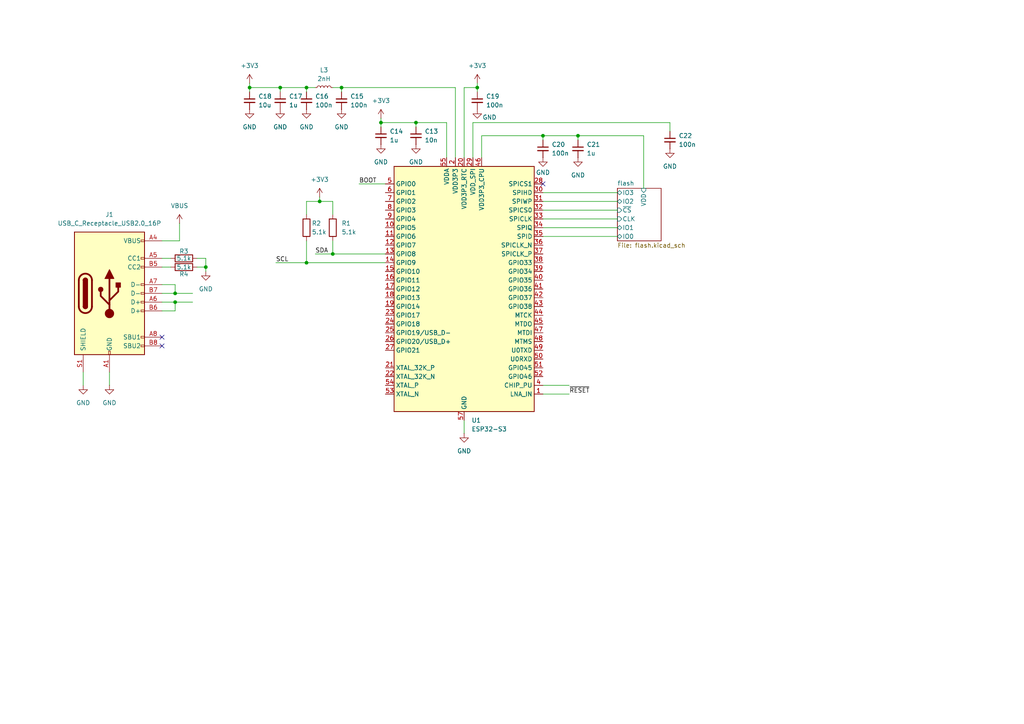
<source format=kicad_sch>
(kicad_sch (version 20250114) (generator "eeschema") (generator_version "9.0")
  (paper "A4")
  (lib_symbols
    (symbol "Connector:USB_C_Receptacle_USB2.0_16P" (pin_names (offset 1.016))
      (property "Reference" "J" (at 0 22.225 0))
      (property "Value" "USB_C_Receptacle_USB2.0_16P" (at 0 19.685 0))
      (symbol "USB_C_Receptacle_USB2.0_16P_0_0"
        (rectangle (start -0.254 -17.78) (end 0.254 -16.764))
        (rectangle (start 10.16 15.494) (end 9.144 14.986))
        (rectangle (start 10.16 10.414) (end 9.144 9.906))
        (rectangle (start 10.16 7.874) (end 9.144 7.366))
        (rectangle (start 10.16 2.794) (end 9.144 2.286))
        (rectangle (start 10.16 0.254) (end 9.144 -0.254))
        (rectangle (start 10.16 -2.286) (end 9.144 -2.794))
        (rectangle (start 10.16 -4.826) (end 9.144 -5.334))
        (rectangle (start 10.16 -12.446) (end 9.144 -12.954))
        (rectangle (start 10.16 -14.986) (end 9.144 -15.494))
      )
      (symbol "USB_C_Receptacle_USB2.0_16P_0_1"
        (rectangle (start -10.16 17.78) (end 10.16 -17.78) (stroke (width 0.254)) (fill (type background)))
        (polyline (pts (xy -8.89 -3.81) (xy -8.89 3.81)) (stroke (width 0.508)))
        (rectangle (start -7.62 -3.81) (end -6.35 3.81) (stroke (width 0.254)) (fill (type outline)))
        (arc (start -7.62 3.81) (mid -6.985 4.4423) (end -6.35 3.81) (stroke (width 0.254)))
        (arc (start -7.62 3.81) (mid -6.985 4.4423) (end -6.35 3.81) (stroke (width 0.254)) (fill (type outline)))
        (arc (start -8.89 3.81) (mid -6.985 5.7067) (end -5.08 3.81) (stroke (width 0.508)))
        (arc (start -5.08 -3.81) (mid -6.985 -5.7067) (end -8.89 -3.81) (stroke (width 0.508)))
        (arc (start -6.35 -3.81) (mid -6.985 -4.4423) (end -7.62 -3.81) (stroke (width 0.254)))
        (arc (start -6.35 -3.81) (mid -6.985 -4.4423) (end -7.62 -3.81) (stroke (width 0.254)) (fill (type outline)))
        (polyline (pts (xy -5.08 3.81) (xy -5.08 -3.81)) (stroke (width 0.508)))
        (circle (center -2.54 1.143) (radius 0.635) (stroke (width 0.254)) (fill (type outline)))
        (polyline (pts (xy -1.27 4.318) (xy 0 6.858) (xy 1.27 4.318) (xy -1.27 4.318)) (stroke (width 0.254)) (fill (type outline)))
        (polyline (pts (xy 0 -2.032) (xy 2.54 0.508) (xy 2.54 1.778)) (stroke (width 0.508)))
        (polyline (pts (xy 0 -3.302) (xy -2.54 -0.762) (xy -2.54 0.508)) (stroke (width 0.508)))
        (polyline (pts (xy 0 -5.842) (xy 0 4.318)) (stroke (width 0.508)))
        (circle (center 0 -5.842) (radius 1.27) (fill (type outline)))
        (rectangle (start 1.905 1.778) (end 3.175 3.048) (stroke (width 0.254)) (fill (type outline)))
      )
      (symbol "USB_C_Receptacle_USB2.0_16P_1_1"
        (pin passive line (at -7.62 -22.86 90) (length 5.08) (name "SHIELD") (number "S1"))
        (pin passive line (at 0 -22.86 90) (length 5.08) (name "GND") (number "A1"))
        (pin passive line (at 0 -22.86 90) (length 5.08) (hide yes) (name "GND") (number "A12"))
        (pin passive line (at 0 -22.86 90) (length 5.08) (hide yes) (name "GND") (number "B1"))
        (pin passive line (at 0 -22.86 90) (length 5.08) (hide yes) (name "GND") (number "B12"))
        (pin passive line (at 15.24 15.24 180) (length 5.08) (name "VBUS") (number "A4"))
        (pin passive line (at 15.24 15.24 180) (length 5.08) (hide yes) (name "VBUS") (number "A9"))
        (pin passive line (at 15.24 15.24 180) (length 5.08) (hide yes) (name "VBUS") (number "B4"))
        (pin passive line (at 15.24 15.24 180) (length 5.08) (hide yes) (name "VBUS") (number "B9"))
        (pin bidirectional line (at 15.24 10.16 180) (length 5.08) (name "CC1") (number "A5"))
        (pin bidirectional line (at 15.24 7.62 180) (length 5.08) (name "CC2") (number "B5"))
        (pin bidirectional line (at 15.24 2.54 180) (length 5.08) (name "D-") (number "A7"))
        (pin bidirectional line (at 15.24 0 180) (length 5.08) (name "D-") (number "B7"))
        (pin bidirectional line (at 15.24 -2.54 180) (length 5.08) (name "D+") (number "A6"))
        (pin bidirectional line (at 15.24 -5.08 180) (length 5.08) (name "D+") (number "B6"))
        (pin bidirectional line (at 15.24 -12.7 180) (length 5.08) (name "SBU1") (number "A8"))
        (pin bidirectional line (at 15.24 -15.24 180) (length 5.08) (name "SBU2") (number "B8"))
      )
    )
    (symbol "Device:C_Small" (pin_numbers (hide yes)) (pin_names (offset 0.254) (hide yes))
      (property "Reference" "C" (at 0.254 1.778 0))
      (property "Value" "C_Small" (at 0.254 -2.032 0))
      (symbol "C_Small_0_1"
        (polyline (pts (xy -1.524 0.508) (xy 1.524 0.508)) (stroke (width 0.3048)))
        (polyline (pts (xy -1.524 -0.508) (xy 1.524 -0.508)) (stroke (width 0.3302)))
      )
      (symbol "C_Small_1_1"
        (pin passive line (at 0 2.54 270) (length 2.032) (name "~") (number "1"))
        (pin passive line (at 0 -2.54 90) (length 2.032) (name "~") (number "2"))
      )
    )
    (symbol "Device:L_Small" (pin_numbers (hide yes)) (pin_names (offset 0.254) (hide yes))
      (property "Reference" "L" (at 0.762 1.016 0))
      (property "Value" "L_Small" (at 0.762 -1.016 0))
      (symbol "L_Small_0_1"
        (arc (start 0 2.032) (mid 0.5058 1.524) (end 0 1.016))
        (arc (start 0 1.016) (mid 0.5058 0.508) (end 0 0))
        (arc (start 0 0) (mid 0.5058 -0.508) (end 0 -1.016))
        (arc (start 0 -1.016) (mid 0.5058 -1.524) (end 0 -2.032))
      )
      (symbol "L_Small_1_1"
        (pin passive line (at 0 2.54 270) (length 0.508) (name "~") (number "1"))
        (pin passive line (at 0 -2.54 90) (length 0.508) (name "~") (number "2"))
      )
    )
    (symbol "Device:R" (pin_numbers (hide yes)) (pin_names (offset 0))
      (property "Reference" "R" (at 2.032 0 90))
      (property "Value" "R" (at 0 0 90))
      (symbol "R_0_1"
        (rectangle (start -1.016 -2.54) (end 1.016 2.54) (stroke (width 0.254)))
      )
      (symbol "R_1_1"
        (pin passive line (at 0 3.81 270) (length 1.27) (name "~") (number "1"))
        (pin passive line (at 0 -3.81 90) (length 1.27) (name "~") (number "2"))
      )
    )
    (symbol "MCU_Espressif:ESP32-S3"
      (property "Reference" "U" (at 10.16 -38.1 0))
      (property "Value" "ESP32-S3" (at 13.97 -40.64 0))
      (symbol "ESP32-S3_0_1"
        (rectangle (start -20.32 35.56) (end 20.32 -35.56) (stroke (width 0.254)) (fill (type background)))
      )
      (symbol "ESP32-S3_1_0"
        (pin passive line (at -5.08 38.1 270) (length 2.54) (hide yes) (name "VDDA") (number "56"))
        (pin bidirectional line (at 22.86 12.7 180) (length 2.54) (name "SPICLK_N") (number "36"))
        (pin bidirectional line (at 22.86 -10.16 180) (length 2.54) (name "MTDO") (number "45"))
        (pin bidirectional line (at 22.86 -22.86 180) (length 2.54) (name "GPIO45") (number "51"))
      )
      (symbol "ESP32-S3_1_1"
        (pin bidirectional line (at -22.86 30.48 0) (length 2.54) (name "GPIO0") (number "5"))
        (pin bidirectional line (at -22.86 27.94 0) (length 2.54) (name "GPIO1") (number "6"))
        (pin bidirectional line (at -22.86 25.4 0) (length 2.54) (name "GPIO2") (number "7"))
        (pin bidirectional line (at -22.86 22.86 0) (length 2.54) (name "GPIO3") (number "8"))
        (pin bidirectional line (at -22.86 20.32 0) (length 2.54) (name "GPIO4") (number "9"))
        (pin bidirectional line (at -22.86 17.78 0) (length 2.54) (name "GPIO5") (number "10"))
        (pin bidirectional line (at -22.86 15.24 0) (length 2.54) (name "GPIO6") (number "11"))
        (pin bidirectional line (at -22.86 12.7 0) (length 2.54) (name "GPIO7") (number "12"))
        (pin bidirectional line (at -22.86 10.16 0) (length 2.54) (name "GPIO8") (number "13"))
        (pin bidirectional line (at -22.86 7.62 0) (length 2.54) (name "GPIO9") (number "14"))
        (pin bidirectional line (at -22.86 5.08 0) (length 2.54) (name "GPIO10") (number "15"))
        (pin bidirectional line (at -22.86 2.54 0) (length 2.54) (name "GPIO11") (number "16"))
        (pin bidirectional line (at -22.86 0 0) (length 2.54) (name "GPIO12") (number "17"))
        (pin bidirectional line (at -22.86 -2.54 0) (length 2.54) (name "GPIO13") (number "18"))
        (pin bidirectional line (at -22.86 -5.08 0) (length 2.54) (name "GPIO14") (number "19"))
        (pin bidirectional line (at -22.86 -7.62 0) (length 2.54) (name "GPIO17") (number "23"))
        (pin bidirectional line (at -22.86 -10.16 0) (length 2.54) (name "GPIO18") (number "24"))
        (pin bidirectional line (at -22.86 -12.7 0) (length 2.54) (name "GPIO19/USB_D-") (number "25"))
        (pin bidirectional line (at -22.86 -15.24 0) (length 2.54) (name "GPIO20/USB_D+") (number "26"))
        (pin bidirectional line (at -22.86 -17.78 0) (length 2.54) (name "GPIO21") (number "27"))
        (pin passive line (at -22.86 -22.86 0) (length 2.54) (name "XTAL_32K_P") (number "21"))
        (pin passive line (at -22.86 -25.4 0) (length 2.54) (name "XTAL_32K_N") (number "22"))
        (pin input line (at -22.86 -27.94 0) (length 2.54) (name "XTAL_P") (number "54"))
        (pin output line (at -22.86 -30.48 0) (length 2.54) (name "XTAL_N") (number "53"))
        (pin power_in line (at -5.08 38.1 270) (length 2.54) (name "VDDA") (number "55"))
        (pin power_in line (at -2.54 38.1 270) (length 2.54) (name "VDD3P3") (number "2"))
        (pin passive line (at -2.54 38.1 270) (length 2.54) (hide yes) (name "VDD3P3") (number "3"))
        (pin power_in line (at 0 38.1 270) (length 2.54) (name "VDD3P3_RTC") (number "20"))
        (pin power_in line (at 0 -38.1 90) (length 2.54) (name "GND") (number "57"))
        (pin power_in line (at 2.54 38.1 270) (length 2.54) (name "VDD_SPI") (number "29"))
        (pin power_in line (at 5.08 38.1 270) (length 2.54) (name "VDD3P3_CPU") (number "46"))
        (pin bidirectional line (at 22.86 30.48 180) (length 2.54) (name "SPICS1") (number "28"))
        (pin bidirectional line (at 22.86 27.94 180) (length 2.54) (name "SPIHD") (number "30"))
        (pin bidirectional line (at 22.86 25.4 180) (length 2.54) (name "SPIWP") (number "31"))
        (pin bidirectional line (at 22.86 22.86 180) (length 2.54) (name "SPICS0") (number "32"))
        (pin bidirectional line (at 22.86 20.32 180) (length 2.54) (name "SPICLK") (number "33"))
        (pin bidirectional line (at 22.86 17.78 180) (length 2.54) (name "SPIQ") (number "34"))
        (pin bidirectional line (at 22.86 15.24 180) (length 2.54) (name "SPID") (number "35"))
        (pin bidirectional line (at 22.86 10.16 180) (length 2.54) (name "SPICLK_P") (number "37"))
        (pin bidirectional line (at 22.86 7.62 180) (length 2.54) (name "GPIO33") (number "38"))
        (pin bidirectional line (at 22.86 5.08 180) (length 2.54) (name "GPIO34") (number "39"))
        (pin bidirectional line (at 22.86 2.54 180) (length 2.54) (name "GPIO35") (number "40"))
        (pin bidirectional line (at 22.86 0 180) (length 2.54) (name "GPIO36") (number "41"))
        (pin bidirectional line (at 22.86 -2.54 180) (length 2.54) (name "GPIO37") (number "42"))
        (pin bidirectional line (at 22.86 -5.08 180) (length 2.54) (name "GPIO38") (number "43"))
        (pin bidirectional line (at 22.86 -7.62 180) (length 2.54) (name "MTCK") (number "44"))
        (pin bidirectional line (at 22.86 -12.7 180) (length 2.54) (name "MTDI") (number "47"))
        (pin bidirectional line (at 22.86 -15.24 180) (length 2.54) (name "MTMS") (number "48"))
        (pin bidirectional line (at 22.86 -17.78 180) (length 2.54) (name "U0TXD") (number "49"))
        (pin bidirectional line (at 22.86 -20.32 180) (length 2.54) (name "U0RXD") (number "50"))
        (pin bidirectional line (at 22.86 -25.4 180) (length 2.54) (name "GPIO46") (number "52"))
        (pin input line (at 22.86 -27.94 180) (length 2.54) (name "CHIP_PU") (number "4"))
        (pin bidirectional line (at 22.86 -30.48 180) (length 2.54) (name "LNA_IN") (number "1"))
      )
    )
    (symbol "power:+3V3" (power) (pin_numbers (hide yes)) (pin_names (offset 0) (hide yes))
      (property "Value" "+3V3" (at 0 3.556 0))
      (symbol "+3V3_0_1"
        (polyline (pts (xy -0.762 1.27) (xy 0 2.54)))
        (polyline (pts (xy 0 2.54) (xy 0.762 1.27)))
        (polyline (pts (xy 0 0) (xy 0 2.54)))
      )
      (symbol "+3V3_1_1"
        (pin power_in line (at 0 0 90) (length 0) (name "~") (number "1"))
      )
    )
    (symbol "power:GND" (power) (pin_numbers (hide yes)) (pin_names (offset 0) (hide yes))
      (property "Value" "GND" (at 0 -3.81 0))
      (symbol "GND_0_1"
        (polyline (pts (xy 0 0) (xy 0 -1.27) (xy 1.27 -1.27) (xy 0 -2.54) (xy -1.27 -1.27) (xy 0 -1.27)))
      )
      (symbol "GND_1_1"
        (pin power_in line (at 0 0 270) (length 0) (name "~") (number "1"))
      )
    )
  )
  (junction (at 120.65 35.56))
  (junction (at 88.9 76.2))
  (junction (at 50.8 87.63))
  (junction (at 88.9 25.4))
  (junction (at 157.48 39.37))
  (junction (at 167.64 39.37))
  (junction (at 59.69 77.47))
  (junction (at 72.39 25.4))
  (junction (at 96.52 73.66))
  (junction (at 99.06 25.4))
  (junction (at 92.71 58.42))
  (junction (at 138.43 25.4))
  (junction (at 50.8 85.09))
  (junction (at 110.49 35.56))
  (junction (at 81.28 25.4))
  (no_connect (at 46.99 97.79))
  (no_connect (at 46.99 100.33))
  (no_connect (at 157.48 53.34))
  (wire (pts (xy 72.39 26.67) (xy 72.39 25.4)))
  (wire (pts (xy 96.52 73.66) (xy 111.76 73.66)))
  (wire (pts (xy 110.49 35.56) (xy 110.49 36.83)))
  (wire (pts (xy 46.99 85.09) (xy 50.8 85.09)))
  (wire (pts (xy 50.8 85.09) (xy 55.88 85.09)))
  (wire (pts (xy 157.48 58.42) (xy 179.07 58.42)))
  (wire (pts (xy 167.64 39.37) (xy 186.69 39.37)))
  (wire (pts (xy 50.8 87.63) (xy 55.88 87.63)))
  (wire (pts (xy 157.48 68.58) (xy 179.07 68.58)))
  (wire (pts (xy 137.16 45.72) (xy 137.16 35.56)))
  (wire (pts (xy 24.13 107.95) (xy 24.13 111.76)))
  (wire (pts (xy 137.16 35.56) (xy 194.31 35.56)))
  (wire (pts (xy 139.7 39.37) (xy 157.48 39.37)))
  (wire (pts (xy 157.48 63.5) (xy 179.07 63.5)))
  (wire (pts (xy 46.99 87.63) (xy 50.8 87.63)))
  (wire (pts (xy 80.01 76.2) (xy 88.9 76.2)))
  (wire (pts (xy 99.06 25.4) (xy 132.08 25.4)))
  (wire (pts (xy 46.99 82.55) (xy 50.8 82.55)))
  (wire (pts (xy 31.75 107.95) (xy 31.75 111.76)))
  (wire (pts (xy 96.52 69.85) (xy 96.52 73.66)))
  (wire (pts (xy 104.14 53.34) (xy 111.76 53.34)))
  (wire (pts (xy 50.8 82.55) (xy 50.8 85.09)))
  (wire (pts (xy 96.52 58.42) (xy 96.52 62.23)))
  (wire (pts (xy 157.48 60.96) (xy 179.07 60.96)))
  (wire (pts (xy 120.65 35.56) (xy 120.65 36.83)))
  (wire (pts (xy 134.62 25.4) (xy 138.43 25.4)))
  (wire (pts (xy 57.15 77.47) (xy 59.69 77.47)))
  (wire (pts (xy 72.39 24.13) (xy 72.39 25.4)))
  (wire (pts (xy 46.99 69.85) (xy 52.07 69.85)))
  (wire (pts (xy 88.9 62.23) (xy 88.9 58.42)))
  (wire (pts (xy 88.9 25.4) (xy 88.9 26.67)))
  (wire (pts (xy 72.39 25.4) (xy 81.28 25.4)))
  (wire (pts (xy 46.99 74.93) (xy 49.53 74.93)))
  (wire (pts (xy 46.99 90.17) (xy 50.8 90.17)))
  (wire (pts (xy 99.06 25.4) (xy 99.06 26.67)))
  (wire (pts (xy 139.7 45.72) (xy 139.7 39.37)))
  (wire (pts (xy 110.49 35.56) (xy 120.65 35.56)))
  (wire (pts (xy 91.44 25.4) (xy 88.9 25.4)))
  (wire (pts (xy 157.48 39.37) (xy 157.48 40.64)))
  (wire (pts (xy 57.15 74.93) (xy 59.69 74.93)))
  (wire (pts (xy 59.69 77.47) (xy 59.69 78.74)))
  (wire (pts (xy 88.9 69.85) (xy 88.9 76.2)))
  (wire (pts (xy 157.48 55.88) (xy 179.07 55.88)))
  (wire (pts (xy 92.71 58.42) (xy 96.52 58.42)))
  (wire (pts (xy 52.07 64.77) (xy 52.07 69.85)))
  (wire (pts (xy 81.28 25.4) (xy 81.28 26.67)))
  (wire (pts (xy 132.08 45.72) (xy 132.08 25.4)))
  (wire (pts (xy 92.71 57.15) (xy 92.71 58.42)))
  (wire (pts (xy 59.69 74.93) (xy 59.69 77.47)))
  (wire (pts (xy 110.49 34.29) (xy 110.49 35.56)))
  (wire (pts (xy 96.52 25.4) (xy 99.06 25.4)))
  (wire (pts (xy 129.54 35.56) (xy 129.54 45.72)))
  (wire (pts (xy 50.8 90.17) (xy 50.8 87.63)))
  (wire (pts (xy 138.43 24.13) (xy 138.43 25.4)))
  (wire (pts (xy 129.54 35.56) (xy 120.65 35.56)))
  (wire (pts (xy 157.48 114.3) (xy 165.1 114.3)))
  (wire (pts (xy 88.9 58.42) (xy 92.71 58.42)))
  (wire (pts (xy 46.99 77.47) (xy 49.53 77.47)))
  (wire (pts (xy 88.9 76.2) (xy 111.76 76.2)))
  (wire (pts (xy 134.62 25.4) (xy 134.62 45.72)))
  (wire (pts (xy 157.48 39.37) (xy 167.64 39.37)))
  (wire (pts (xy 91.44 73.66) (xy 96.52 73.66)))
  (wire (pts (xy 134.62 121.92) (xy 134.62 125.73)))
  (wire (pts (xy 157.48 66.04) (xy 179.07 66.04)))
  (wire (pts (xy 81.28 25.4) (xy 88.9 25.4)))
  (wire (pts (xy 194.31 35.56) (xy 194.31 38.1)))
  (wire (pts (xy 186.69 39.37) (xy 186.69 54.61)))
  (wire (pts (xy 167.64 39.37) (xy 167.64 40.64)))
  (wire (pts (xy 157.48 111.76) (xy 165.1 111.76)))
  (wire (pts (xy 138.43 25.4) (xy 138.43 26.67)))
  (label "BOOT" (at 104.14 53.34 0))
  (label "~{RESET}" (at 165.1 114.3 0))
  (label "SCL" (at 80.01 76.2 0))
  (label "SDA" (at 91.44 73.66 0))
  (symbol (lib_id "Device:C_Small") (at 99.06 29.21 0) (unit 1)
    (property "Reference" "C15" (at 101.6 27.9462 0) (effects (justify left)))
    (property "Value" "100n" (at 101.6 30.4862 0) (effects (justify left)))
    (property "Footprint" "Capacitor_SMD:C_0402_1005Metric" (effects (hide yes)))
    (property "Description" "Unpolarized capacitor, small symbol" (effects (hide yes)))
    (property "LCSC" "C1525" (effects (hide yes)))
  )
  (symbol (lib_id "Device:C_Small") (at 194.31 40.64 0) (unit 1)
    (property "Reference" "C22" (at 196.85 39.3762 0) (effects (justify left)))
    (property "Value" "100n" (at 196.85 41.9162 0) (effects (justify left)))
    (property "Footprint" "Capacitor_SMD:C_0402_1005Metric" (effects (hide yes)))
    (property "Description" "Unpolarized capacitor, small symbol" (effects (hide yes)))
    (property "LCSC" "C1525" (effects (hide yes)))
  )
  (symbol (lib_id "power:+3V3") (at 52.07 64.77 0) (unit 1)
    (property "Reference" "#PWR07" (effects (hide yes)))
    (property "Value" "VBUS" (at 52.07 59.69 0))
    (property "Description" "Power symbol creates a global label with name \"+3V3\"" (effects (hide yes)))
  )
  (symbol (lib_id "power:GND") (at 81.28 31.75 0) (unit 1)
    (property "Reference" "#PWR033" (effects (hide yes)))
    (property "Value" "GND" (at 81.28 36.83 0))
    (property "Description" "Power symbol creates a global label with name \"GND\" , ground" (effects (hide yes)))
  )
  (symbol (lib_id "Device:C_Small") (at 167.64 43.18 0) (unit 1)
    (property "Reference" "C21" (at 170.18 41.9162 0) (effects (justify left)))
    (property "Value" "1u" (at 170.18 44.4562 0) (effects (justify left)))
    (property "Footprint" "Capacitor_SMD:C_0402_1005Metric" (effects (hide yes)))
    (property "Description" "Unpolarized capacitor, small symbol" (effects (hide yes)))
    (property "LCSC" "C52923" (effects (hide yes)))
  )
  (symbol (lib_id "Device:C_Small") (at 88.9 29.21 0) (unit 1)
    (property "Reference" "C16" (at 91.44 27.9462 0) (effects (justify left)))
    (property "Value" "100n" (at 91.44 30.4862 0) (effects (justify left)))
    (property "Footprint" "Capacitor_SMD:C_0402_1005Metric" (effects (hide yes)))
    (property "Description" "Unpolarized capacitor, small symbol" (effects (hide yes)))
    (property "LCSC" "C1525" (effects (hide yes)))
  )
  (symbol (lib_id "Device:R") (at 88.9 66.04 0) (unit 1)
    (property "Reference" "R2" (at 90.424 64.77 0) (effects (justify left)))
    (property "Value" "5.1k" (at 90.424 67.31 0) (effects (justify left)))
    (property "Description" "Resistor" (effects (hide yes)))
  )
  (symbol (lib_id "power:GND") (at 31.75 111.76 0) (unit 1)
    (property "Reference" "#PWR02" (effects (hide yes)))
    (property "Value" "GND" (at 31.75 116.84 0))
    (property "Description" "Power symbol creates a global label with name \"GND\" , ground" (effects (hide yes)))
  )
  (symbol (lib_id "power:GND") (at 120.65 41.91 0) (unit 1)
    (property "Reference" "#PWR028" (effects (hide yes)))
    (property "Value" "GND" (at 120.65 46.99 0))
    (property "Description" "Power symbol creates a global label with name \"GND\" , ground" (effects (hide yes)))
  )
  (symbol (lib_id "power:+3V3") (at 110.49 34.29 0) (unit 1)
    (property "Reference" "#PWR04" (effects (hide yes)))
    (property "Value" "+3V3" (at 110.49 29.21 0))
    (property "Description" "Power symbol creates a global label with name \"+3V3\"" (effects (hide yes)))
  )
  (symbol (lib_id "Device:C_Small") (at 81.28 29.21 0) (unit 1)
    (property "Reference" "C17" (at 83.82 27.9462 0) (effects (justify left)))
    (property "Value" "1u" (at 83.82 30.4862 0) (effects (justify left)))
    (property "Footprint" "Capacitor_SMD:C_0402_1005Metric" (effects (hide yes)))
    (property "Description" "Unpolarized capacitor, small symbol" (effects (hide yes)))
    (property "LCSC" "C52923" (effects (hide yes)))
  )
  (symbol (lib_id "power:+3V3") (at 72.39 24.13 0) (unit 1)
    (property "Reference" "#PWR037" (effects (hide yes)))
    (property "Value" "+3V3" (at 72.39 19.05 0))
    (property "Description" "Power symbol creates a global label with name \"+3V3\"" (effects (hide yes)))
  )
  (symbol (lib_id "power:GND") (at 24.13 111.76 0) (unit 1)
    (property "Reference" "#PWR06" (effects (hide yes)))
    (property "Value" "GND" (at 24.13 116.84 0))
    (property "Description" "Power symbol creates a global label with name \"GND\" , ground" (effects (hide yes)))
  )
  (symbol (lib_id "Device:R") (at 53.34 74.93 90) (unit 1)
    (property "Reference" "R3" (at 53.34 72.898 90))
    (property "Value" "5.1k" (at 53.34 74.93 90))
    (property "Footprint" "Resistor_SMD:R_0402_1005Metric" (effects (hide yes)))
    (property "Description" "Resistor" (effects (hide yes)))
  )
  (symbol (lib_id "power:GND") (at 134.62 125.73 0) (unit 1)
    (property "Reference" "#PWR03" (effects (hide yes)))
    (property "Value" "GND" (at 134.62 130.81 0))
    (property "Description" "Power symbol creates a global label with name \"GND\" , ground" (effects (hide yes)))
  )
  (symbol (lib_id "power:GND") (at 194.31 43.18 0) (unit 1)
    (property "Reference" "#PWR040" (effects (hide yes)))
    (property "Value" "GND" (at 194.31 48.26 0))
    (property "Description" "Power symbol creates a global label with name \"GND\" , ground" (effects (hide yes)))
  )
  (symbol (lib_id "Device:C_Small") (at 110.49 39.37 0) (unit 1)
    (property "Reference" "C14" (at 113.03 38.1062 0) (effects (justify left)))
    (property "Value" "1u" (at 113.03 40.6462 0) (effects (justify left)))
    (property "Footprint" "Capacitor_SMD:C_0402_1005Metric" (effects (hide yes)))
    (property "Description" "Unpolarized capacitor, small symbol" (effects (hide yes)))
    (property "LCSC" "C52923" (effects (hide yes)))
  )
  (symbol (lib_id "power:GND") (at 72.39 31.75 0) (unit 1)
    (property "Reference" "#PWR034" (effects (hide yes)))
    (property "Value" "GND" (at 72.39 36.83 0))
    (property "Description" "Power symbol creates a global label with name \"GND\" , ground" (effects (hide yes)))
  )
  (symbol (lib_id "Device:R") (at 53.34 77.47 90) (unit 1)
    (property "Reference" "R4" (at 53.34 79.502 90))
    (property "Value" "5.1k" (at 53.34 77.47 90))
    (property "Footprint" "Resistor_SMD:R_0402_1005Metric" (effects (hide yes)))
    (property "Description" "Resistor" (effects (hide yes)))
  )
  (symbol (lib_id "Connector:USB_C_Receptacle_USB2.0_16P") (at 31.75 85.09 0) (unit 1)
    (property "Reference" "J1" (at 31.75 62.23 0))
    (property "Value" "USB_C_Receptacle_USB2.0_16P" (at 31.75 64.77 0))
    (property "Datasheet" "https://www.usb.org/sites/default/files/documents/usb_type-c.zip" (effects (hide yes)))
    (property "Description" "USB 2.0-only 16P Type-C Receptacle connector" (effects (hide yes)))
  )
  (symbol (lib_id "power:GND") (at 157.48 45.72 0) (unit 1)
    (property "Reference" "#PWR036" (effects (hide yes)))
    (property "Value" "GND" (at 157.48 50.038 0))
    (property "Description" "Power symbol creates a global label with name \"GND\" , ground" (effects (hide yes)))
  )
  (symbol (lib_id "Device:C_Small") (at 120.65 39.37 0) (unit 1)
    (property "Reference" "C13" (at 123.19 38.1062 0) (effects (justify left)))
    (property "Value" "10n" (at 123.19 40.6462 0) (effects (justify left)))
    (property "Footprint" "Capacitor_SMD:C_0402_1005Metric" (effects (hide yes)))
    (property "Description" "Unpolarized capacitor, small symbol" (effects (hide yes)))
    (property "LCSC" "C15195" (effects (hide yes)))
  )
  (symbol (lib_id "Device:C_Small") (at 72.39 29.21 0) (unit 1)
    (property "Reference" "C18" (at 74.93 27.9462 0) (effects (justify left)))
    (property "Value" "10u" (at 74.93 30.4862 0) (effects (justify left)))
    (property "Footprint" "Capacitor_SMD:C_0603_1608Metric" (effects (hide yes)))
    (property "Description" "Unpolarized capacitor, small symbol" (effects (hide yes)))
    (property "LCSC" "C96446" (effects (hide yes)))
  )
  (symbol (lib_id "power:GND") (at 138.43 31.75 0) (unit 1)
    (property "Reference" "#PWR035" (effects (hide yes)))
    (property "Value" "GND" (at 141.986 34.036 0))
    (property "Description" "Power symbol creates a global label with name \"GND\" , ground" (effects (hide yes)))
  )
  (symbol (lib_id "power:GND") (at 167.64 45.72 0) (unit 1)
    (property "Reference" "#PWR039" (effects (hide yes)))
    (property "Value" "GND" (at 167.64 50.8 0))
    (property "Description" "Power symbol creates a global label with name \"GND\" , ground" (effects (hide yes)))
  )
  (symbol (lib_id "Device:L_Small") (at 93.98 25.4 90) (unit 1)
    (property "Reference" "L3" (at 93.98 20.32 90))
    (property "Value" "2nH" (at 93.98 22.86 90))
    (property "Footprint" "Inductor_SMD:L_0402_1005Metric" (effects (hide yes)))
    (property "Description" "Inductor, small symbol" (effects (hide yes)))
    (property "LCSC" "C18216" (effects (hide yes)))
  )
  (symbol (lib_id "power:+3V3") (at 138.43 24.13 0) (unit 1)
    (property "Reference" "#PWR038" (effects (hide yes)))
    (property "Value" "+3V3" (at 138.43 19.05 0))
    (property "Description" "Power symbol creates a global label with name \"+3V3\"" (effects (hide yes)))
  )
  (symbol (lib_id "power:GND") (at 99.06 31.75 0) (unit 1)
    (property "Reference" "#PWR031" (effects (hide yes)))
    (property "Value" "GND" (at 99.06 36.83 0))
    (property "Description" "Power symbol creates a global label with name \"GND\" , ground" (effects (hide yes)))
  )
  (symbol (lib_id "power:GND") (at 88.9 31.75 0) (unit 1)
    (property "Reference" "#PWR032" (effects (hide yes)))
    (property "Value" "GND" (at 88.9 36.83 0))
    (property "Description" "Power symbol creates a global label with name \"GND\" , ground" (effects (hide yes)))
  )
  (symbol (lib_id "Device:C_Small") (at 157.48 43.18 0) (unit 1)
    (property "Reference" "C20" (at 160.02 41.9162 0) (effects (justify left)))
    (property "Value" "100n" (at 160.02 44.4562 0) (effects (justify left)))
    (property "Footprint" "Capacitor_SMD:C_0402_1005Metric" (effects (hide yes)))
    (property "Description" "Unpolarized capacitor, small symbol" (effects (hide yes)))
    (property "LCSC" "C1525" (effects (hide yes)))
  )
  (symbol (lib_id "Device:R") (at 96.52 66.04 0) (unit 1)
    (property "Reference" "R1" (at 99.06 64.7699 0) (effects (justify left)))
    (property "Value" "5.1k" (at 99.06 67.3099 0) (effects (justify left)))
    (property "Description" "Resistor" (effects (hide yes)))
  )
  (symbol (lib_id "power:+3V3") (at 92.71 57.15 0) (unit 1)
    (property "Reference" "#PWR01" (effects (hide yes)))
    (property "Value" "+3V3" (at 92.71 52.07 0))
    (property "Description" "Power symbol creates a global label with name \"+3V3\"" (effects (hide yes)))
  )
  (symbol (lib_id "Device:C_Small") (at 138.43 29.21 0) (unit 1)
    (property "Reference" "C19" (at 140.97 27.9462 0) (effects (justify left)))
    (property "Value" "100n" (at 140.97 30.4862 0) (effects (justify left)))
    (property "Footprint" "Capacitor_SMD:C_0402_1005Metric" (effects (hide yes)))
    (property "Description" "Unpolarized capacitor, small symbol" (effects (hide yes)))
    (property "LCSC" "C1525" (effects (hide yes)))
  )
  (symbol (lib_id "power:GND") (at 59.69 78.74 0) (unit 1)
    (property "Reference" "#PWR08" (effects (hide yes)))
    (property "Value" "GND" (at 59.69 83.82 0))
    (property "Description" "Power symbol creates a global label with name \"GND\" , ground" (effects (hide yes)))
  )
  (symbol (lib_id "power:GND") (at 110.49 41.91 0) (unit 1)
    (property "Reference" "#PWR029" (effects (hide yes)))
    (property "Value" "GND" (at 110.49 46.99 0))
    (property "Description" "Power symbol creates a global label with name \"GND\" , ground" (effects (hide yes)))
  )
  (symbol (lib_id "MCU_Espressif:ESP32-S3") (at 134.62 83.82 0) (unit 1)
    (property "Reference" "U1" (at 136.7633 121.92 0) (effects (justify left)))
    (property "Value" "ESP32-S3" (at 136.7633 124.46 0) (effects (justify left)))
    (property "Footprint" "Package_DFN_QFN:QFN-56-1EP_7x7mm_P0.4mm_EP4x4mm" (effects (hide yes)))
    (property "Datasheet" "https://www.espressif.com/sites/default/files/documentation/esp32-s3_datasheet_en.pdf" (effects (hide yes)))
    (property "Description" "Microcontroller, Wi-Fi 802.11b/g/n, Bluetooth, 32bit" (effects (hide yes)))
  )
  (sheet (at 179.07 54.61) (size 12.7 15.24) (stroke (width 0.1524))
    (property "Sheetname" "flash" (at 179.07 53.8984 0) (effects (justify left bottom)))
    (property "Sheetfile" "flash.kicad_sch" (at 179.07 70.4346 0) (effects (justify left top)))
    (pin "CLK" input (at 179.07 63.5 180))
    (pin "IO0" bidirectional (at 179.07 68.58 180))
    (pin "IO1" bidirectional (at 179.07 66.04 180))
    (pin "IO2" bidirectional (at 179.07 58.42 180))
    (pin "IO3" bidirectional (at 179.07 55.88 180))
    (pin "~{CS}" input (at 179.07 60.96 180))
    (pin "VDD" input (at 186.69 54.61 90))
  )
)
</source>
